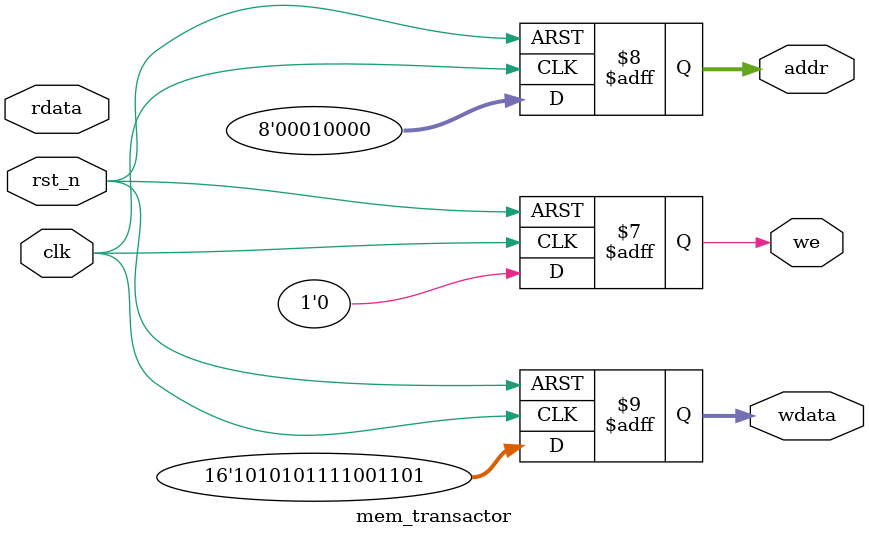
<source format=v>
module mem_transactor #(
    parameter ADDR_WIDTH = 8,
    parameter DATA_WIDTH = 16
)(
    input                     clk,
    input                     rst_n,
    output                     we,
    output  [ADDR_WIDTH-1:0]   addr,
    output  [DATA_WIDTH-1:0]   wdata,
    input   [DATA_WIDTH-1:0]  rdata
);

    // Task: perform a write operation
    task automatic mem_write;
        input [ADDR_WIDTH-1:0] write_addr;
        input [DATA_WIDTH-1:0] write_data;
    begin
        we    = 1'b1;
        addr  = write_addr;
        wdata = write_data;
    end
    endtask

    // Task: perform a read operation
    task automatic mem_read;
        input  [ADDR_WIDTH-1:0] read_addr;
        output [DATA_WIDTH-1:0] read_data;
    begin
        we    = 1'b0;
        addr  = read_addr;
        read_data = rdata;  // combinational read
    end
    endtask
    always @(posedge clk or negedge rst_n) begin
        if (!rst_n) begin
            we    <= 1'b0;
            addr  <= {ADDR_WIDTH{1'b0}};
            wdata <= {DATA_WIDTH{1'b0}};
        end else begin
            // Example: write and read back
            mem_write(8'h10, 16'hABCD);
            mem_read(8'h10, /*output*/);
        end
    end

endmodule


</source>
